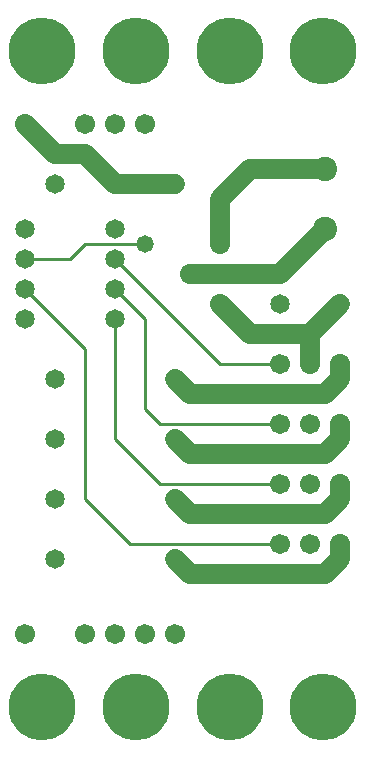
<source format=gbl>
%MOIN*%
%FSLAX25Y25*%
G04 D10 used for Character Trace; *
G04     Circle (OD=.01000) (No hole)*
G04 D11 used for Power Trace; *
G04     Circle (OD=.06700) (No hole)*
G04 D12 used for Signal Trace; *
G04     Circle (OD=.01100) (No hole)*
G04 D13 used for Via; *
G04     Circle (OD=.05800) (Round. Hole ID=.02800)*
G04 D14 used for Component hole; *
G04     Circle (OD=.06500) (Round. Hole ID=.03500)*
G04 D15 used for Component hole; *
G04     Circle (OD=.06700) (Round. Hole ID=.04300)*
G04 D16 used for Component hole; *
G04     Circle (OD=.08100) (Round. Hole ID=.05100)*
G04 D17 used for Component hole; *
G04     Circle (OD=.08900) (Round. Hole ID=.05900)*
G04 D18 used for Component hole; *
G04     Circle (OD=.11300) (Round. Hole ID=.08300)*
G04 D19 used for Component hole; *
G04     Circle (OD=.16000) (Round. Hole ID=.13000)*
G04 D20 used for Component hole; *
G04     Circle (OD=.18300) (Round. Hole ID=.15300)*
G04 D21 used for Component hole; *
G04     Circle (OD=.22291) (Round. Hole ID=.19291)*
%ADD10C,.01000*%
%ADD11C,.06700*%
%ADD12C,.01100*%
%ADD13C,.05800*%
%ADD14C,.06500*%
%ADD15C,.06700*%
%ADD16C,.08100*%
%ADD17C,.08900*%
%ADD18C,.11300*%
%ADD19C,.16000*%
%ADD20C,.18300*%
%ADD21C,.22291*%
%IPPOS*%
%LPD*%
G90*X0Y0D02*D21*X15625Y15625D03*D15*              
X40000Y40000D03*X30000D03*X10000D03*D21*          
X46875Y15625D03*D15*X50000Y40000D03*X60000D03*D14*
Y65000D03*D11*X65000Y60000D01*X110000D01*         
X115000Y65000D01*Y70000D01*D15*D03*X105000D03*D11*
X65000Y80000D02*X110000D01*X65000D02*             
X60000Y85000D01*D14*D03*D12*X55000Y90000D02*      
X95000D01*D15*D03*X105000D03*D11*X110000Y80000D02*
X115000Y85000D01*Y90000D01*D15*D03*D11*           
X65000Y100000D02*X110000D01*X65000D02*            
X60000Y105000D01*D14*D03*D12*X55000Y110000D02*    
X95000D01*D15*D03*X105000D03*D11*                 
X110000Y100000D02*X115000Y105000D01*Y110000D01*   
D15*D03*D11*X65000Y120000D02*X110000D01*X65000D02*
X60000Y125000D01*D14*D03*D12*X55000Y110000D02*    
X50000Y115000D01*Y145000D01*X40000Y155000D01*D14* 
D03*Y165000D03*D12*X75000Y130000D01*X95000D01*D15*
D03*D11*X105000D02*Y140000D01*D15*Y130000D03*D11* 
X110000Y120000D02*X115000Y125000D01*Y130000D01*   
D15*D03*D11*X85000Y140000D02*X105000D01*X85000D02*
X75000Y150000D01*D15*D03*X65000Y160000D03*D11*    
X95000D01*X110000Y175000D01*D16*D03*Y195000D03*   
D11*X85000D01*X80000Y190000D01*D14*D03*D11*       
X75000Y185000D01*Y170000D01*D15*D03*D14*          
X95000Y150000D03*X60000Y190000D03*D11*X40000D01*  
D14*D03*D11*X30000Y200000D01*X20000D01*           
X10000Y210000D01*D15*D03*X30000D03*D14*           
X20000Y190000D03*D21*X15625Y234375D03*D15*        
X40000Y210000D03*D14*X10000Y175000D03*D21*        
X46875Y234375D03*D14*X40000Y175000D03*D13*        
X50000Y170000D03*D12*X30000D01*X25000Y165000D01*  
X10000D01*D14*D03*Y155000D03*D12*X30000Y135000D01*
Y85000D01*X45000Y70000D01*X95000D01*D15*D03*D12*  
X55000Y90000D02*X40000Y105000D01*Y145000D01*D14*  
D03*X20000Y125000D03*X10000Y145000D03*            
X20000Y105000D03*Y85000D03*D15*X50000Y210000D03*  
D11*X105000Y140000D02*X115000Y150000D01*D14*D03*  
D21*X109375Y234375D03*X78125D03*D14*              
X20000Y65000D03*D21*X78125Y15625D03*X109375D03*   
M02*                                              

</source>
